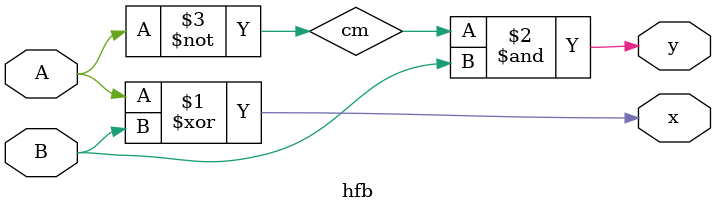
<source format=v>
module fsb(output D,Bo, input A,B,Bin);
  wire x,y,z;
  hfb d1(.x(x),.y(y),.A(A), .B(B));
  
  hfb d2(.x(D),.y(z),.A(x),.B(Bin));
 
  or(Bo,y,z);
 
endmodule

module hfb(output x,y, input A,B);
  xor(x,A,B);
  not(cm,A);
  and(y,cm,B);
endmodule

</source>
